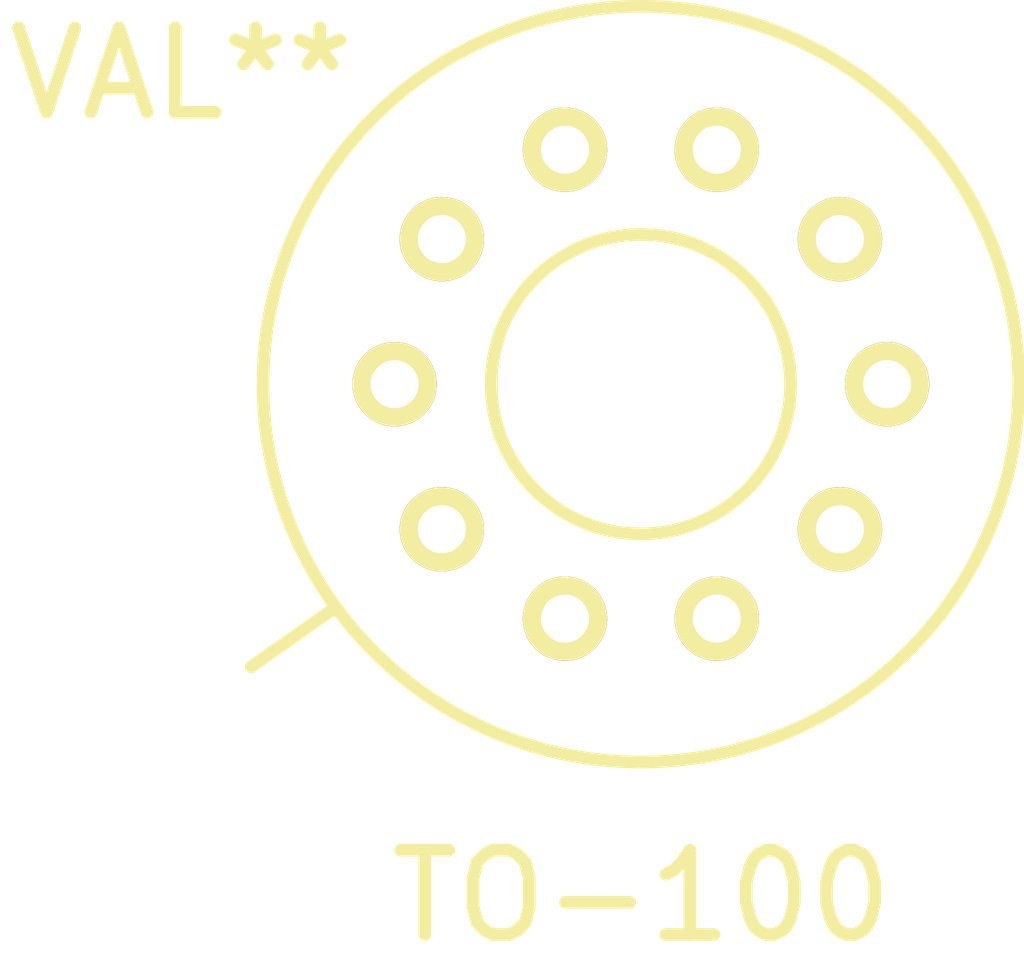
<source format=kicad_pcb>
(kicad_pcb (version 3) (host pcbnew "(2014-02-15 BZR 4701)-product")

  (general
    (links 0)
    (no_connects 0)
    (area 0 0 0 0)
    (thickness 1.6)
    (drawings 0)
    (tracks 0)
    (zones 0)
    (modules 1)
    (nets 1)
  )

  (page A4)
  (layers
    (15 F.Cu signal)
    (0 B.Cu signal)
    (16 B.Adhes user)
    (17 F.Adhes user)
    (18 B.Paste user)
    (19 F.Paste user)
    (20 B.SilkS user)
    (21 F.SilkS user)
    (22 B.Mask user)
    (23 F.Mask user)
    (24 Dwgs.User user)
    (25 Cmts.User user)
    (26 Eco1.User user)
    (27 Eco2.User user)
    (28 Edge.Cuts user)
  )

  (setup
    (last_trace_width 0.254)
    (trace_clearance 0.254)
    (zone_clearance 0.508)
    (zone_45_only no)
    (trace_min 0.254)
    (segment_width 0.2)
    (edge_width 0.1)
    (via_size 0.889)
    (via_drill 0.635)
    (via_min_size 0.889)
    (via_min_drill 0.508)
    (uvia_size 0.508)
    (uvia_drill 0.127)
    (uvias_allowed no)
    (uvia_min_size 0.508)
    (uvia_min_drill 0.127)
    (pcb_text_width 0.3)
    (pcb_text_size 1.5 1.5)
    (mod_edge_width 0.15)
    (mod_text_size 1 1)
    (mod_text_width 0.15)
    (pad_size 1.5 1.5)
    (pad_drill 0.6)
    (pad_to_mask_clearance 0)
    (aux_axis_origin 0 0)
    (visible_elements FFFFFF7F)
    (pcbplotparams
      (layerselection 3178497)
      (usegerberextensions true)
      (excludeedgelayer true)
      (linewidth 0.150000)
      (plotframeref false)
      (viasonmask false)
      (mode 1)
      (useauxorigin false)
      (hpglpennumber 1)
      (hpglpenspeed 20)
      (hpglpendiameter 15)
      (hpglpenoverlay 2)
      (psnegative false)
      (psa4output false)
      (plotreference true)
      (plotvalue true)
      (plotothertext true)
      (plotinvisibletext false)
      (padsonsilk false)
      (subtractmaskfromsilk false)
      (outputformat 1)
      (mirror false)
      (drillshape 1)
      (scaleselection 1)
      (outputdirectory ""))
  )

  (net 0 "")

  (net_class Default "This is the default net class."
    (clearance 0.254)
    (trace_width 0.254)
    (via_dia 0.889)
    (via_drill 0.635)
    (uvia_dia 0.508)
    (uvia_drill 0.127)
    (add_net "")
  )

  (module TO-100:TO-100 (layer F.Cu) (tedit 530112A2) (tstamp 530284FB)
    (at 113.03 97.79)
    (fp_text reference TO-100 (at 0.01 6.07) (layer F.SilkS)
      (effects (font (size 1 1) (thickness 0.15)))
    )
    (fp_text value VAL** (at -5.45 -3.68) (layer F.SilkS)
      (effects (font (size 1 1) (thickness 0.15)))
    )
    (fp_line (start -3.64 2.66) (end -4.62 3.35) (layer F.SilkS) (width 0.15))
    (fp_circle (center 0 0) (end 1.775 0) (layer F.SilkS) (width 0.15))
    (fp_circle (center 0 0) (end 4.48 0) (layer F.SilkS) (width 0.15))
    (pad 1 thru_hole circle (at -2.92 0) (size 1 1) (drill 0.57) (layers *.Cu *.Mask F.SilkS))
    (pad 6 thru_hole circle (at 2.92 0) (size 1 1) (drill 0.57) (layers *.Cu *.Mask F.SilkS))
    (pad 10 thru_hole circle (at -2.36 1.72) (size 1 1) (drill 0.57) (layers *.Cu *.Mask F.SilkS))
    (pad 5 thru_hole circle (at 2.36 -1.72) (size 1 1) (drill 0.57) (layers *.Cu *.Mask F.SilkS))
    (pad 2 thru_hole circle (at -2.36 -1.72) (size 1 1) (drill 0.57) (layers *.Cu *.Mask F.SilkS))
    (pad 7 thru_hole circle (at 2.36 1.72) (size 1 1) (drill 0.57) (layers *.Cu *.Mask F.SilkS))
    (pad 9 thru_hole circle (at -0.9 2.78) (size 1 1) (drill 0.57) (layers *.Cu *.Mask F.SilkS))
    (pad 4 thru_hole circle (at 0.9 -2.78) (size 1 1) (drill 0.57) (layers *.Cu *.Mask F.SilkS))
    (pad 8 thru_hole circle (at 0.9 2.78) (size 1 1) (drill 0.57) (layers *.Cu *.Mask F.SilkS))
    (pad 3 thru_hole circle (at -0.9 -2.78) (size 1 1) (drill 0.57) (layers *.Cu *.Mask F.SilkS))
  )

)

</source>
